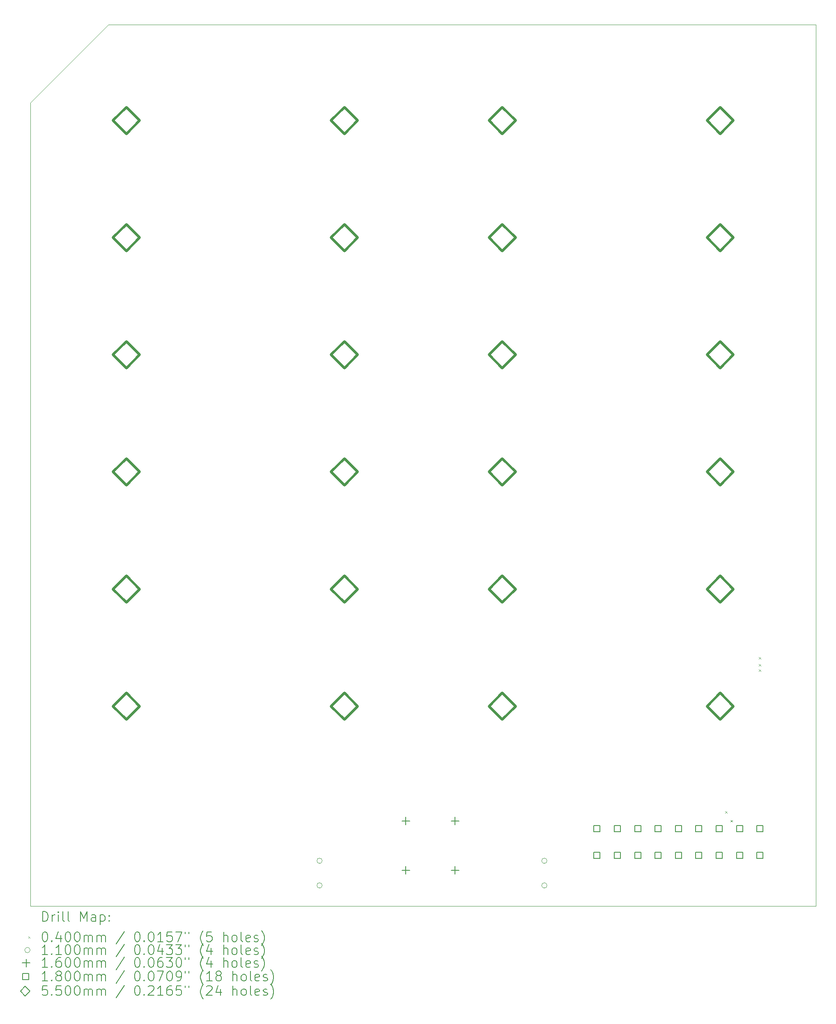
<source format=gbr>
%TF.GenerationSoftware,KiCad,Pcbnew,(6.0.8-1)-1*%
%TF.CreationDate,2023-03-04T15:58:07-08:00*%
%TF.ProjectId,URBAN_CELL_BOARD,55524241-4e5f-4434-954c-4c5f424f4152,rev?*%
%TF.SameCoordinates,Original*%
%TF.FileFunction,Drillmap*%
%TF.FilePolarity,Positive*%
%FSLAX45Y45*%
G04 Gerber Fmt 4.5, Leading zero omitted, Abs format (unit mm)*
G04 Created by KiCad (PCBNEW (6.0.8-1)-1) date 2023-03-04 15:58:07*
%MOMM*%
%LPD*%
G01*
G04 APERTURE LIST*
%ADD10C,0.100000*%
%ADD11C,0.200000*%
%ADD12C,0.040000*%
%ADD13C,0.110000*%
%ADD14C,0.160000*%
%ADD15C,0.180000*%
%ADD16C,0.550000*%
G04 APERTURE END LIST*
D10*
X8387900Y-28158400D02*
X8387900Y-11612100D01*
X10000000Y-10000000D02*
X24587900Y-10000000D01*
X8387900Y-11612100D02*
X10000000Y-10000000D01*
X24587900Y-28158400D02*
X8387900Y-28158400D01*
X24587900Y-10000000D02*
X24587900Y-28158400D01*
D11*
D12*
X22713000Y-26205500D02*
X22753000Y-26245500D01*
X22753000Y-26205500D02*
X22713000Y-26245500D01*
X22828058Y-26388235D02*
X22868058Y-26428235D01*
X22868058Y-26388235D02*
X22828058Y-26428235D01*
X23409550Y-23030500D02*
X23449550Y-23070500D01*
X23449550Y-23030500D02*
X23409550Y-23070500D01*
X23409550Y-23173584D02*
X23449550Y-23213584D01*
X23449550Y-23173584D02*
X23409550Y-23213584D01*
X23409550Y-23284500D02*
X23449550Y-23324500D01*
X23449550Y-23284500D02*
X23409550Y-23324500D01*
D13*
X14406000Y-27227000D02*
G75*
G03*
X14406000Y-27227000I-55000J0D01*
G01*
X14406000Y-27735000D02*
G75*
G03*
X14406000Y-27735000I-55000J0D01*
G01*
X19041500Y-27227000D02*
G75*
G03*
X19041500Y-27227000I-55000J0D01*
G01*
X19041500Y-27735000D02*
G75*
G03*
X19041500Y-27735000I-55000J0D01*
G01*
D14*
X16129000Y-26325750D02*
X16129000Y-26485750D01*
X16049000Y-26405750D02*
X16209000Y-26405750D01*
X16129000Y-27341750D02*
X16129000Y-27501750D01*
X16049000Y-27421750D02*
X16209000Y-27421750D01*
X17145000Y-26325750D02*
X17145000Y-26485750D01*
X17065000Y-26405750D02*
X17225000Y-26405750D01*
X17145000Y-27341750D02*
X17145000Y-27501750D01*
X17065000Y-27421750D02*
X17225000Y-27421750D01*
D15*
X20135140Y-26628140D02*
X20135140Y-26500860D01*
X20007860Y-26500860D01*
X20007860Y-26628140D01*
X20135140Y-26628140D01*
X20135140Y-27178140D02*
X20135140Y-27050860D01*
X20007860Y-27050860D01*
X20007860Y-27178140D01*
X20135140Y-27178140D01*
X20555140Y-26628140D02*
X20555140Y-26500860D01*
X20427860Y-26500860D01*
X20427860Y-26628140D01*
X20555140Y-26628140D01*
X20555140Y-27178140D02*
X20555140Y-27050860D01*
X20427860Y-27050860D01*
X20427860Y-27178140D01*
X20555140Y-27178140D01*
X20975140Y-26628140D02*
X20975140Y-26500860D01*
X20847860Y-26500860D01*
X20847860Y-26628140D01*
X20975140Y-26628140D01*
X20975140Y-27178140D02*
X20975140Y-27050860D01*
X20847860Y-27050860D01*
X20847860Y-27178140D01*
X20975140Y-27178140D01*
X21395140Y-26628140D02*
X21395140Y-26500860D01*
X21267860Y-26500860D01*
X21267860Y-26628140D01*
X21395140Y-26628140D01*
X21395140Y-27178140D02*
X21395140Y-27050860D01*
X21267860Y-27050860D01*
X21267860Y-27178140D01*
X21395140Y-27178140D01*
X21815140Y-26628140D02*
X21815140Y-26500860D01*
X21687860Y-26500860D01*
X21687860Y-26628140D01*
X21815140Y-26628140D01*
X21815140Y-27178140D02*
X21815140Y-27050860D01*
X21687860Y-27050860D01*
X21687860Y-27178140D01*
X21815140Y-27178140D01*
X22235140Y-26628140D02*
X22235140Y-26500860D01*
X22107860Y-26500860D01*
X22107860Y-26628140D01*
X22235140Y-26628140D01*
X22235140Y-27178140D02*
X22235140Y-27050860D01*
X22107860Y-27050860D01*
X22107860Y-27178140D01*
X22235140Y-27178140D01*
X22655140Y-26628140D02*
X22655140Y-26500860D01*
X22527860Y-26500860D01*
X22527860Y-26628140D01*
X22655140Y-26628140D01*
X22655140Y-27178140D02*
X22655140Y-27050860D01*
X22527860Y-27050860D01*
X22527860Y-27178140D01*
X22655140Y-27178140D01*
X23075140Y-26628140D02*
X23075140Y-26500860D01*
X22947860Y-26500860D01*
X22947860Y-26628140D01*
X23075140Y-26628140D01*
X23075140Y-27178140D02*
X23075140Y-27050860D01*
X22947860Y-27050860D01*
X22947860Y-27178140D01*
X23075140Y-27178140D01*
X23495140Y-26628140D02*
X23495140Y-26500860D01*
X23367860Y-26500860D01*
X23367860Y-26628140D01*
X23495140Y-26628140D01*
X23495140Y-27178140D02*
X23495140Y-27050860D01*
X23367860Y-27050860D01*
X23367860Y-27178140D01*
X23495140Y-27178140D01*
D16*
X10368900Y-12250000D02*
X10643900Y-11975000D01*
X10368900Y-11700000D01*
X10093900Y-11975000D01*
X10368900Y-12250000D01*
X10368900Y-14663400D02*
X10643900Y-14388400D01*
X10368900Y-14113400D01*
X10093900Y-14388400D01*
X10368900Y-14663400D01*
X10368900Y-17076800D02*
X10643900Y-16801800D01*
X10368900Y-16526800D01*
X10093900Y-16801800D01*
X10368900Y-17076800D01*
X10368900Y-19490300D02*
X10643900Y-19215300D01*
X10368900Y-18940300D01*
X10093900Y-19215300D01*
X10368900Y-19490300D01*
X10368900Y-21903700D02*
X10643900Y-21628700D01*
X10368900Y-21353700D01*
X10093900Y-21628700D01*
X10368900Y-21903700D01*
X10368900Y-24317100D02*
X10643900Y-24042100D01*
X10368900Y-23767100D01*
X10093900Y-24042100D01*
X10368900Y-24317100D01*
X14862900Y-12250000D02*
X15137900Y-11975000D01*
X14862900Y-11700000D01*
X14587900Y-11975000D01*
X14862900Y-12250000D01*
X14862900Y-14663400D02*
X15137900Y-14388400D01*
X14862900Y-14113400D01*
X14587900Y-14388400D01*
X14862900Y-14663400D01*
X14862900Y-17076800D02*
X15137900Y-16801800D01*
X14862900Y-16526800D01*
X14587900Y-16801800D01*
X14862900Y-17076800D01*
X14862900Y-19490300D02*
X15137900Y-19215300D01*
X14862900Y-18940300D01*
X14587900Y-19215300D01*
X14862900Y-19490300D01*
X14862900Y-21903700D02*
X15137900Y-21628700D01*
X14862900Y-21353700D01*
X14587900Y-21628700D01*
X14862900Y-21903700D01*
X14862900Y-24317100D02*
X15137900Y-24042100D01*
X14862900Y-23767100D01*
X14587900Y-24042100D01*
X14862900Y-24317100D01*
X18118900Y-12250000D02*
X18393900Y-11975000D01*
X18118900Y-11700000D01*
X17843900Y-11975000D01*
X18118900Y-12250000D01*
X18118900Y-14663400D02*
X18393900Y-14388400D01*
X18118900Y-14113400D01*
X17843900Y-14388400D01*
X18118900Y-14663400D01*
X18118900Y-17076800D02*
X18393900Y-16801800D01*
X18118900Y-16526800D01*
X17843900Y-16801800D01*
X18118900Y-17076800D01*
X18118900Y-19490300D02*
X18393900Y-19215300D01*
X18118900Y-18940300D01*
X17843900Y-19215300D01*
X18118900Y-19490300D01*
X18118900Y-21903700D02*
X18393900Y-21628700D01*
X18118900Y-21353700D01*
X17843900Y-21628700D01*
X18118900Y-21903700D01*
X18118900Y-24317100D02*
X18393900Y-24042100D01*
X18118900Y-23767100D01*
X17843900Y-24042100D01*
X18118900Y-24317100D01*
X22612900Y-12250000D02*
X22887900Y-11975000D01*
X22612900Y-11700000D01*
X22337900Y-11975000D01*
X22612900Y-12250000D01*
X22612900Y-14663400D02*
X22887900Y-14388400D01*
X22612900Y-14113400D01*
X22337900Y-14388400D01*
X22612900Y-14663400D01*
X22612900Y-17076800D02*
X22887900Y-16801800D01*
X22612900Y-16526800D01*
X22337900Y-16801800D01*
X22612900Y-17076800D01*
X22612900Y-19490300D02*
X22887900Y-19215300D01*
X22612900Y-18940300D01*
X22337900Y-19215300D01*
X22612900Y-19490300D01*
X22612900Y-21903700D02*
X22887900Y-21628700D01*
X22612900Y-21353700D01*
X22337900Y-21628700D01*
X22612900Y-21903700D01*
X22612900Y-24317100D02*
X22887900Y-24042100D01*
X22612900Y-23767100D01*
X22337900Y-24042100D01*
X22612900Y-24317100D01*
D11*
X8640519Y-28473876D02*
X8640519Y-28273876D01*
X8688138Y-28273876D01*
X8716710Y-28283400D01*
X8735757Y-28302448D01*
X8745281Y-28321495D01*
X8754805Y-28359590D01*
X8754805Y-28388162D01*
X8745281Y-28426257D01*
X8735757Y-28445305D01*
X8716710Y-28464352D01*
X8688138Y-28473876D01*
X8640519Y-28473876D01*
X8840519Y-28473876D02*
X8840519Y-28340543D01*
X8840519Y-28378638D02*
X8850043Y-28359590D01*
X8859567Y-28350067D01*
X8878614Y-28340543D01*
X8897662Y-28340543D01*
X8964329Y-28473876D02*
X8964329Y-28340543D01*
X8964329Y-28273876D02*
X8954805Y-28283400D01*
X8964329Y-28292924D01*
X8973852Y-28283400D01*
X8964329Y-28273876D01*
X8964329Y-28292924D01*
X9088138Y-28473876D02*
X9069090Y-28464352D01*
X9059567Y-28445305D01*
X9059567Y-28273876D01*
X9192900Y-28473876D02*
X9173852Y-28464352D01*
X9164329Y-28445305D01*
X9164329Y-28273876D01*
X9421471Y-28473876D02*
X9421471Y-28273876D01*
X9488138Y-28416733D01*
X9554805Y-28273876D01*
X9554805Y-28473876D01*
X9735757Y-28473876D02*
X9735757Y-28369114D01*
X9726233Y-28350067D01*
X9707186Y-28340543D01*
X9669090Y-28340543D01*
X9650043Y-28350067D01*
X9735757Y-28464352D02*
X9716710Y-28473876D01*
X9669090Y-28473876D01*
X9650043Y-28464352D01*
X9640519Y-28445305D01*
X9640519Y-28426257D01*
X9650043Y-28407209D01*
X9669090Y-28397686D01*
X9716710Y-28397686D01*
X9735757Y-28388162D01*
X9830995Y-28340543D02*
X9830995Y-28540543D01*
X9830995Y-28350067D02*
X9850043Y-28340543D01*
X9888138Y-28340543D01*
X9907186Y-28350067D01*
X9916710Y-28359590D01*
X9926233Y-28378638D01*
X9926233Y-28435781D01*
X9916710Y-28454828D01*
X9907186Y-28464352D01*
X9888138Y-28473876D01*
X9850043Y-28473876D01*
X9830995Y-28464352D01*
X10011948Y-28454828D02*
X10021471Y-28464352D01*
X10011948Y-28473876D01*
X10002424Y-28464352D01*
X10011948Y-28454828D01*
X10011948Y-28473876D01*
X10011948Y-28350067D02*
X10021471Y-28359590D01*
X10011948Y-28369114D01*
X10002424Y-28359590D01*
X10011948Y-28350067D01*
X10011948Y-28369114D01*
D12*
X8342900Y-28783400D02*
X8382900Y-28823400D01*
X8382900Y-28783400D02*
X8342900Y-28823400D01*
D11*
X8678614Y-28693876D02*
X8697662Y-28693876D01*
X8716710Y-28703400D01*
X8726233Y-28712924D01*
X8735757Y-28731971D01*
X8745281Y-28770067D01*
X8745281Y-28817686D01*
X8735757Y-28855781D01*
X8726233Y-28874828D01*
X8716710Y-28884352D01*
X8697662Y-28893876D01*
X8678614Y-28893876D01*
X8659567Y-28884352D01*
X8650043Y-28874828D01*
X8640519Y-28855781D01*
X8630995Y-28817686D01*
X8630995Y-28770067D01*
X8640519Y-28731971D01*
X8650043Y-28712924D01*
X8659567Y-28703400D01*
X8678614Y-28693876D01*
X8830995Y-28874828D02*
X8840519Y-28884352D01*
X8830995Y-28893876D01*
X8821471Y-28884352D01*
X8830995Y-28874828D01*
X8830995Y-28893876D01*
X9011948Y-28760543D02*
X9011948Y-28893876D01*
X8964329Y-28684352D02*
X8916710Y-28827209D01*
X9040519Y-28827209D01*
X9154805Y-28693876D02*
X9173852Y-28693876D01*
X9192900Y-28703400D01*
X9202424Y-28712924D01*
X9211948Y-28731971D01*
X9221471Y-28770067D01*
X9221471Y-28817686D01*
X9211948Y-28855781D01*
X9202424Y-28874828D01*
X9192900Y-28884352D01*
X9173852Y-28893876D01*
X9154805Y-28893876D01*
X9135757Y-28884352D01*
X9126233Y-28874828D01*
X9116710Y-28855781D01*
X9107186Y-28817686D01*
X9107186Y-28770067D01*
X9116710Y-28731971D01*
X9126233Y-28712924D01*
X9135757Y-28703400D01*
X9154805Y-28693876D01*
X9345281Y-28693876D02*
X9364329Y-28693876D01*
X9383376Y-28703400D01*
X9392900Y-28712924D01*
X9402424Y-28731971D01*
X9411948Y-28770067D01*
X9411948Y-28817686D01*
X9402424Y-28855781D01*
X9392900Y-28874828D01*
X9383376Y-28884352D01*
X9364329Y-28893876D01*
X9345281Y-28893876D01*
X9326233Y-28884352D01*
X9316710Y-28874828D01*
X9307186Y-28855781D01*
X9297662Y-28817686D01*
X9297662Y-28770067D01*
X9307186Y-28731971D01*
X9316710Y-28712924D01*
X9326233Y-28703400D01*
X9345281Y-28693876D01*
X9497662Y-28893876D02*
X9497662Y-28760543D01*
X9497662Y-28779590D02*
X9507186Y-28770067D01*
X9526233Y-28760543D01*
X9554805Y-28760543D01*
X9573852Y-28770067D01*
X9583376Y-28789114D01*
X9583376Y-28893876D01*
X9583376Y-28789114D02*
X9592900Y-28770067D01*
X9611948Y-28760543D01*
X9640519Y-28760543D01*
X9659567Y-28770067D01*
X9669090Y-28789114D01*
X9669090Y-28893876D01*
X9764329Y-28893876D02*
X9764329Y-28760543D01*
X9764329Y-28779590D02*
X9773852Y-28770067D01*
X9792900Y-28760543D01*
X9821471Y-28760543D01*
X9840519Y-28770067D01*
X9850043Y-28789114D01*
X9850043Y-28893876D01*
X9850043Y-28789114D02*
X9859567Y-28770067D01*
X9878614Y-28760543D01*
X9907186Y-28760543D01*
X9926233Y-28770067D01*
X9935757Y-28789114D01*
X9935757Y-28893876D01*
X10326233Y-28684352D02*
X10154805Y-28941495D01*
X10583376Y-28693876D02*
X10602424Y-28693876D01*
X10621471Y-28703400D01*
X10630995Y-28712924D01*
X10640519Y-28731971D01*
X10650043Y-28770067D01*
X10650043Y-28817686D01*
X10640519Y-28855781D01*
X10630995Y-28874828D01*
X10621471Y-28884352D01*
X10602424Y-28893876D01*
X10583376Y-28893876D01*
X10564329Y-28884352D01*
X10554805Y-28874828D01*
X10545281Y-28855781D01*
X10535757Y-28817686D01*
X10535757Y-28770067D01*
X10545281Y-28731971D01*
X10554805Y-28712924D01*
X10564329Y-28703400D01*
X10583376Y-28693876D01*
X10735757Y-28874828D02*
X10745281Y-28884352D01*
X10735757Y-28893876D01*
X10726233Y-28884352D01*
X10735757Y-28874828D01*
X10735757Y-28893876D01*
X10869090Y-28693876D02*
X10888138Y-28693876D01*
X10907186Y-28703400D01*
X10916710Y-28712924D01*
X10926233Y-28731971D01*
X10935757Y-28770067D01*
X10935757Y-28817686D01*
X10926233Y-28855781D01*
X10916710Y-28874828D01*
X10907186Y-28884352D01*
X10888138Y-28893876D01*
X10869090Y-28893876D01*
X10850043Y-28884352D01*
X10840519Y-28874828D01*
X10830995Y-28855781D01*
X10821471Y-28817686D01*
X10821471Y-28770067D01*
X10830995Y-28731971D01*
X10840519Y-28712924D01*
X10850043Y-28703400D01*
X10869090Y-28693876D01*
X11126233Y-28893876D02*
X11011948Y-28893876D01*
X11069090Y-28893876D02*
X11069090Y-28693876D01*
X11050043Y-28722448D01*
X11030995Y-28741495D01*
X11011948Y-28751019D01*
X11307186Y-28693876D02*
X11211948Y-28693876D01*
X11202424Y-28789114D01*
X11211948Y-28779590D01*
X11230995Y-28770067D01*
X11278614Y-28770067D01*
X11297662Y-28779590D01*
X11307186Y-28789114D01*
X11316709Y-28808162D01*
X11316709Y-28855781D01*
X11307186Y-28874828D01*
X11297662Y-28884352D01*
X11278614Y-28893876D01*
X11230995Y-28893876D01*
X11211948Y-28884352D01*
X11202424Y-28874828D01*
X11383376Y-28693876D02*
X11516709Y-28693876D01*
X11430995Y-28893876D01*
X11583376Y-28693876D02*
X11583376Y-28731971D01*
X11659567Y-28693876D02*
X11659567Y-28731971D01*
X11954805Y-28970067D02*
X11945281Y-28960543D01*
X11926233Y-28931971D01*
X11916709Y-28912924D01*
X11907186Y-28884352D01*
X11897662Y-28836733D01*
X11897662Y-28798638D01*
X11907186Y-28751019D01*
X11916709Y-28722448D01*
X11926233Y-28703400D01*
X11945281Y-28674828D01*
X11954805Y-28665305D01*
X12126233Y-28693876D02*
X12030995Y-28693876D01*
X12021471Y-28789114D01*
X12030995Y-28779590D01*
X12050043Y-28770067D01*
X12097662Y-28770067D01*
X12116709Y-28779590D01*
X12126233Y-28789114D01*
X12135757Y-28808162D01*
X12135757Y-28855781D01*
X12126233Y-28874828D01*
X12116709Y-28884352D01*
X12097662Y-28893876D01*
X12050043Y-28893876D01*
X12030995Y-28884352D01*
X12021471Y-28874828D01*
X12373852Y-28893876D02*
X12373852Y-28693876D01*
X12459567Y-28893876D02*
X12459567Y-28789114D01*
X12450043Y-28770067D01*
X12430995Y-28760543D01*
X12402424Y-28760543D01*
X12383376Y-28770067D01*
X12373852Y-28779590D01*
X12583376Y-28893876D02*
X12564328Y-28884352D01*
X12554805Y-28874828D01*
X12545281Y-28855781D01*
X12545281Y-28798638D01*
X12554805Y-28779590D01*
X12564328Y-28770067D01*
X12583376Y-28760543D01*
X12611948Y-28760543D01*
X12630995Y-28770067D01*
X12640519Y-28779590D01*
X12650043Y-28798638D01*
X12650043Y-28855781D01*
X12640519Y-28874828D01*
X12630995Y-28884352D01*
X12611948Y-28893876D01*
X12583376Y-28893876D01*
X12764328Y-28893876D02*
X12745281Y-28884352D01*
X12735757Y-28865305D01*
X12735757Y-28693876D01*
X12916709Y-28884352D02*
X12897662Y-28893876D01*
X12859567Y-28893876D01*
X12840519Y-28884352D01*
X12830995Y-28865305D01*
X12830995Y-28789114D01*
X12840519Y-28770067D01*
X12859567Y-28760543D01*
X12897662Y-28760543D01*
X12916709Y-28770067D01*
X12926233Y-28789114D01*
X12926233Y-28808162D01*
X12830995Y-28827209D01*
X13002424Y-28884352D02*
X13021471Y-28893876D01*
X13059567Y-28893876D01*
X13078614Y-28884352D01*
X13088138Y-28865305D01*
X13088138Y-28855781D01*
X13078614Y-28836733D01*
X13059567Y-28827209D01*
X13030995Y-28827209D01*
X13011948Y-28817686D01*
X13002424Y-28798638D01*
X13002424Y-28789114D01*
X13011948Y-28770067D01*
X13030995Y-28760543D01*
X13059567Y-28760543D01*
X13078614Y-28770067D01*
X13154805Y-28970067D02*
X13164328Y-28960543D01*
X13183376Y-28931971D01*
X13192900Y-28912924D01*
X13202424Y-28884352D01*
X13211948Y-28836733D01*
X13211948Y-28798638D01*
X13202424Y-28751019D01*
X13192900Y-28722448D01*
X13183376Y-28703400D01*
X13164328Y-28674828D01*
X13154805Y-28665305D01*
D13*
X8382900Y-29067400D02*
G75*
G03*
X8382900Y-29067400I-55000J0D01*
G01*
D11*
X8745281Y-29157876D02*
X8630995Y-29157876D01*
X8688138Y-29157876D02*
X8688138Y-28957876D01*
X8669090Y-28986448D01*
X8650043Y-29005495D01*
X8630995Y-29015019D01*
X8830995Y-29138828D02*
X8840519Y-29148352D01*
X8830995Y-29157876D01*
X8821471Y-29148352D01*
X8830995Y-29138828D01*
X8830995Y-29157876D01*
X9030995Y-29157876D02*
X8916710Y-29157876D01*
X8973852Y-29157876D02*
X8973852Y-28957876D01*
X8954805Y-28986448D01*
X8935757Y-29005495D01*
X8916710Y-29015019D01*
X9154805Y-28957876D02*
X9173852Y-28957876D01*
X9192900Y-28967400D01*
X9202424Y-28976924D01*
X9211948Y-28995971D01*
X9221471Y-29034067D01*
X9221471Y-29081686D01*
X9211948Y-29119781D01*
X9202424Y-29138828D01*
X9192900Y-29148352D01*
X9173852Y-29157876D01*
X9154805Y-29157876D01*
X9135757Y-29148352D01*
X9126233Y-29138828D01*
X9116710Y-29119781D01*
X9107186Y-29081686D01*
X9107186Y-29034067D01*
X9116710Y-28995971D01*
X9126233Y-28976924D01*
X9135757Y-28967400D01*
X9154805Y-28957876D01*
X9345281Y-28957876D02*
X9364329Y-28957876D01*
X9383376Y-28967400D01*
X9392900Y-28976924D01*
X9402424Y-28995971D01*
X9411948Y-29034067D01*
X9411948Y-29081686D01*
X9402424Y-29119781D01*
X9392900Y-29138828D01*
X9383376Y-29148352D01*
X9364329Y-29157876D01*
X9345281Y-29157876D01*
X9326233Y-29148352D01*
X9316710Y-29138828D01*
X9307186Y-29119781D01*
X9297662Y-29081686D01*
X9297662Y-29034067D01*
X9307186Y-28995971D01*
X9316710Y-28976924D01*
X9326233Y-28967400D01*
X9345281Y-28957876D01*
X9497662Y-29157876D02*
X9497662Y-29024543D01*
X9497662Y-29043590D02*
X9507186Y-29034067D01*
X9526233Y-29024543D01*
X9554805Y-29024543D01*
X9573852Y-29034067D01*
X9583376Y-29053114D01*
X9583376Y-29157876D01*
X9583376Y-29053114D02*
X9592900Y-29034067D01*
X9611948Y-29024543D01*
X9640519Y-29024543D01*
X9659567Y-29034067D01*
X9669090Y-29053114D01*
X9669090Y-29157876D01*
X9764329Y-29157876D02*
X9764329Y-29024543D01*
X9764329Y-29043590D02*
X9773852Y-29034067D01*
X9792900Y-29024543D01*
X9821471Y-29024543D01*
X9840519Y-29034067D01*
X9850043Y-29053114D01*
X9850043Y-29157876D01*
X9850043Y-29053114D02*
X9859567Y-29034067D01*
X9878614Y-29024543D01*
X9907186Y-29024543D01*
X9926233Y-29034067D01*
X9935757Y-29053114D01*
X9935757Y-29157876D01*
X10326233Y-28948352D02*
X10154805Y-29205495D01*
X10583376Y-28957876D02*
X10602424Y-28957876D01*
X10621471Y-28967400D01*
X10630995Y-28976924D01*
X10640519Y-28995971D01*
X10650043Y-29034067D01*
X10650043Y-29081686D01*
X10640519Y-29119781D01*
X10630995Y-29138828D01*
X10621471Y-29148352D01*
X10602424Y-29157876D01*
X10583376Y-29157876D01*
X10564329Y-29148352D01*
X10554805Y-29138828D01*
X10545281Y-29119781D01*
X10535757Y-29081686D01*
X10535757Y-29034067D01*
X10545281Y-28995971D01*
X10554805Y-28976924D01*
X10564329Y-28967400D01*
X10583376Y-28957876D01*
X10735757Y-29138828D02*
X10745281Y-29148352D01*
X10735757Y-29157876D01*
X10726233Y-29148352D01*
X10735757Y-29138828D01*
X10735757Y-29157876D01*
X10869090Y-28957876D02*
X10888138Y-28957876D01*
X10907186Y-28967400D01*
X10916710Y-28976924D01*
X10926233Y-28995971D01*
X10935757Y-29034067D01*
X10935757Y-29081686D01*
X10926233Y-29119781D01*
X10916710Y-29138828D01*
X10907186Y-29148352D01*
X10888138Y-29157876D01*
X10869090Y-29157876D01*
X10850043Y-29148352D01*
X10840519Y-29138828D01*
X10830995Y-29119781D01*
X10821471Y-29081686D01*
X10821471Y-29034067D01*
X10830995Y-28995971D01*
X10840519Y-28976924D01*
X10850043Y-28967400D01*
X10869090Y-28957876D01*
X11107186Y-29024543D02*
X11107186Y-29157876D01*
X11059567Y-28948352D02*
X11011948Y-29091209D01*
X11135757Y-29091209D01*
X11192900Y-28957876D02*
X11316709Y-28957876D01*
X11250043Y-29034067D01*
X11278614Y-29034067D01*
X11297662Y-29043590D01*
X11307186Y-29053114D01*
X11316709Y-29072162D01*
X11316709Y-29119781D01*
X11307186Y-29138828D01*
X11297662Y-29148352D01*
X11278614Y-29157876D01*
X11221471Y-29157876D01*
X11202424Y-29148352D01*
X11192900Y-29138828D01*
X11383376Y-28957876D02*
X11507186Y-28957876D01*
X11440519Y-29034067D01*
X11469090Y-29034067D01*
X11488138Y-29043590D01*
X11497662Y-29053114D01*
X11507186Y-29072162D01*
X11507186Y-29119781D01*
X11497662Y-29138828D01*
X11488138Y-29148352D01*
X11469090Y-29157876D01*
X11411948Y-29157876D01*
X11392900Y-29148352D01*
X11383376Y-29138828D01*
X11583376Y-28957876D02*
X11583376Y-28995971D01*
X11659567Y-28957876D02*
X11659567Y-28995971D01*
X11954805Y-29234067D02*
X11945281Y-29224543D01*
X11926233Y-29195971D01*
X11916709Y-29176924D01*
X11907186Y-29148352D01*
X11897662Y-29100733D01*
X11897662Y-29062638D01*
X11907186Y-29015019D01*
X11916709Y-28986448D01*
X11926233Y-28967400D01*
X11945281Y-28938828D01*
X11954805Y-28929305D01*
X12116709Y-29024543D02*
X12116709Y-29157876D01*
X12069090Y-28948352D02*
X12021471Y-29091209D01*
X12145281Y-29091209D01*
X12373852Y-29157876D02*
X12373852Y-28957876D01*
X12459567Y-29157876D02*
X12459567Y-29053114D01*
X12450043Y-29034067D01*
X12430995Y-29024543D01*
X12402424Y-29024543D01*
X12383376Y-29034067D01*
X12373852Y-29043590D01*
X12583376Y-29157876D02*
X12564328Y-29148352D01*
X12554805Y-29138828D01*
X12545281Y-29119781D01*
X12545281Y-29062638D01*
X12554805Y-29043590D01*
X12564328Y-29034067D01*
X12583376Y-29024543D01*
X12611948Y-29024543D01*
X12630995Y-29034067D01*
X12640519Y-29043590D01*
X12650043Y-29062638D01*
X12650043Y-29119781D01*
X12640519Y-29138828D01*
X12630995Y-29148352D01*
X12611948Y-29157876D01*
X12583376Y-29157876D01*
X12764328Y-29157876D02*
X12745281Y-29148352D01*
X12735757Y-29129305D01*
X12735757Y-28957876D01*
X12916709Y-29148352D02*
X12897662Y-29157876D01*
X12859567Y-29157876D01*
X12840519Y-29148352D01*
X12830995Y-29129305D01*
X12830995Y-29053114D01*
X12840519Y-29034067D01*
X12859567Y-29024543D01*
X12897662Y-29024543D01*
X12916709Y-29034067D01*
X12926233Y-29053114D01*
X12926233Y-29072162D01*
X12830995Y-29091209D01*
X13002424Y-29148352D02*
X13021471Y-29157876D01*
X13059567Y-29157876D01*
X13078614Y-29148352D01*
X13088138Y-29129305D01*
X13088138Y-29119781D01*
X13078614Y-29100733D01*
X13059567Y-29091209D01*
X13030995Y-29091209D01*
X13011948Y-29081686D01*
X13002424Y-29062638D01*
X13002424Y-29053114D01*
X13011948Y-29034067D01*
X13030995Y-29024543D01*
X13059567Y-29024543D01*
X13078614Y-29034067D01*
X13154805Y-29234067D02*
X13164328Y-29224543D01*
X13183376Y-29195971D01*
X13192900Y-29176924D01*
X13202424Y-29148352D01*
X13211948Y-29100733D01*
X13211948Y-29062638D01*
X13202424Y-29015019D01*
X13192900Y-28986448D01*
X13183376Y-28967400D01*
X13164328Y-28938828D01*
X13154805Y-28929305D01*
D14*
X8302900Y-29251400D02*
X8302900Y-29411400D01*
X8222900Y-29331400D02*
X8382900Y-29331400D01*
D11*
X8745281Y-29421876D02*
X8630995Y-29421876D01*
X8688138Y-29421876D02*
X8688138Y-29221876D01*
X8669090Y-29250448D01*
X8650043Y-29269495D01*
X8630995Y-29279019D01*
X8830995Y-29402828D02*
X8840519Y-29412352D01*
X8830995Y-29421876D01*
X8821471Y-29412352D01*
X8830995Y-29402828D01*
X8830995Y-29421876D01*
X9011948Y-29221876D02*
X8973852Y-29221876D01*
X8954805Y-29231400D01*
X8945281Y-29240924D01*
X8926233Y-29269495D01*
X8916710Y-29307590D01*
X8916710Y-29383781D01*
X8926233Y-29402828D01*
X8935757Y-29412352D01*
X8954805Y-29421876D01*
X8992900Y-29421876D01*
X9011948Y-29412352D01*
X9021471Y-29402828D01*
X9030995Y-29383781D01*
X9030995Y-29336162D01*
X9021471Y-29317114D01*
X9011948Y-29307590D01*
X8992900Y-29298067D01*
X8954805Y-29298067D01*
X8935757Y-29307590D01*
X8926233Y-29317114D01*
X8916710Y-29336162D01*
X9154805Y-29221876D02*
X9173852Y-29221876D01*
X9192900Y-29231400D01*
X9202424Y-29240924D01*
X9211948Y-29259971D01*
X9221471Y-29298067D01*
X9221471Y-29345686D01*
X9211948Y-29383781D01*
X9202424Y-29402828D01*
X9192900Y-29412352D01*
X9173852Y-29421876D01*
X9154805Y-29421876D01*
X9135757Y-29412352D01*
X9126233Y-29402828D01*
X9116710Y-29383781D01*
X9107186Y-29345686D01*
X9107186Y-29298067D01*
X9116710Y-29259971D01*
X9126233Y-29240924D01*
X9135757Y-29231400D01*
X9154805Y-29221876D01*
X9345281Y-29221876D02*
X9364329Y-29221876D01*
X9383376Y-29231400D01*
X9392900Y-29240924D01*
X9402424Y-29259971D01*
X9411948Y-29298067D01*
X9411948Y-29345686D01*
X9402424Y-29383781D01*
X9392900Y-29402828D01*
X9383376Y-29412352D01*
X9364329Y-29421876D01*
X9345281Y-29421876D01*
X9326233Y-29412352D01*
X9316710Y-29402828D01*
X9307186Y-29383781D01*
X9297662Y-29345686D01*
X9297662Y-29298067D01*
X9307186Y-29259971D01*
X9316710Y-29240924D01*
X9326233Y-29231400D01*
X9345281Y-29221876D01*
X9497662Y-29421876D02*
X9497662Y-29288543D01*
X9497662Y-29307590D02*
X9507186Y-29298067D01*
X9526233Y-29288543D01*
X9554805Y-29288543D01*
X9573852Y-29298067D01*
X9583376Y-29317114D01*
X9583376Y-29421876D01*
X9583376Y-29317114D02*
X9592900Y-29298067D01*
X9611948Y-29288543D01*
X9640519Y-29288543D01*
X9659567Y-29298067D01*
X9669090Y-29317114D01*
X9669090Y-29421876D01*
X9764329Y-29421876D02*
X9764329Y-29288543D01*
X9764329Y-29307590D02*
X9773852Y-29298067D01*
X9792900Y-29288543D01*
X9821471Y-29288543D01*
X9840519Y-29298067D01*
X9850043Y-29317114D01*
X9850043Y-29421876D01*
X9850043Y-29317114D02*
X9859567Y-29298067D01*
X9878614Y-29288543D01*
X9907186Y-29288543D01*
X9926233Y-29298067D01*
X9935757Y-29317114D01*
X9935757Y-29421876D01*
X10326233Y-29212352D02*
X10154805Y-29469495D01*
X10583376Y-29221876D02*
X10602424Y-29221876D01*
X10621471Y-29231400D01*
X10630995Y-29240924D01*
X10640519Y-29259971D01*
X10650043Y-29298067D01*
X10650043Y-29345686D01*
X10640519Y-29383781D01*
X10630995Y-29402828D01*
X10621471Y-29412352D01*
X10602424Y-29421876D01*
X10583376Y-29421876D01*
X10564329Y-29412352D01*
X10554805Y-29402828D01*
X10545281Y-29383781D01*
X10535757Y-29345686D01*
X10535757Y-29298067D01*
X10545281Y-29259971D01*
X10554805Y-29240924D01*
X10564329Y-29231400D01*
X10583376Y-29221876D01*
X10735757Y-29402828D02*
X10745281Y-29412352D01*
X10735757Y-29421876D01*
X10726233Y-29412352D01*
X10735757Y-29402828D01*
X10735757Y-29421876D01*
X10869090Y-29221876D02*
X10888138Y-29221876D01*
X10907186Y-29231400D01*
X10916710Y-29240924D01*
X10926233Y-29259971D01*
X10935757Y-29298067D01*
X10935757Y-29345686D01*
X10926233Y-29383781D01*
X10916710Y-29402828D01*
X10907186Y-29412352D01*
X10888138Y-29421876D01*
X10869090Y-29421876D01*
X10850043Y-29412352D01*
X10840519Y-29402828D01*
X10830995Y-29383781D01*
X10821471Y-29345686D01*
X10821471Y-29298067D01*
X10830995Y-29259971D01*
X10840519Y-29240924D01*
X10850043Y-29231400D01*
X10869090Y-29221876D01*
X11107186Y-29221876D02*
X11069090Y-29221876D01*
X11050043Y-29231400D01*
X11040519Y-29240924D01*
X11021471Y-29269495D01*
X11011948Y-29307590D01*
X11011948Y-29383781D01*
X11021471Y-29402828D01*
X11030995Y-29412352D01*
X11050043Y-29421876D01*
X11088138Y-29421876D01*
X11107186Y-29412352D01*
X11116710Y-29402828D01*
X11126233Y-29383781D01*
X11126233Y-29336162D01*
X11116710Y-29317114D01*
X11107186Y-29307590D01*
X11088138Y-29298067D01*
X11050043Y-29298067D01*
X11030995Y-29307590D01*
X11021471Y-29317114D01*
X11011948Y-29336162D01*
X11192900Y-29221876D02*
X11316709Y-29221876D01*
X11250043Y-29298067D01*
X11278614Y-29298067D01*
X11297662Y-29307590D01*
X11307186Y-29317114D01*
X11316709Y-29336162D01*
X11316709Y-29383781D01*
X11307186Y-29402828D01*
X11297662Y-29412352D01*
X11278614Y-29421876D01*
X11221471Y-29421876D01*
X11202424Y-29412352D01*
X11192900Y-29402828D01*
X11440519Y-29221876D02*
X11459567Y-29221876D01*
X11478614Y-29231400D01*
X11488138Y-29240924D01*
X11497662Y-29259971D01*
X11507186Y-29298067D01*
X11507186Y-29345686D01*
X11497662Y-29383781D01*
X11488138Y-29402828D01*
X11478614Y-29412352D01*
X11459567Y-29421876D01*
X11440519Y-29421876D01*
X11421471Y-29412352D01*
X11411948Y-29402828D01*
X11402424Y-29383781D01*
X11392900Y-29345686D01*
X11392900Y-29298067D01*
X11402424Y-29259971D01*
X11411948Y-29240924D01*
X11421471Y-29231400D01*
X11440519Y-29221876D01*
X11583376Y-29221876D02*
X11583376Y-29259971D01*
X11659567Y-29221876D02*
X11659567Y-29259971D01*
X11954805Y-29498067D02*
X11945281Y-29488543D01*
X11926233Y-29459971D01*
X11916709Y-29440924D01*
X11907186Y-29412352D01*
X11897662Y-29364733D01*
X11897662Y-29326638D01*
X11907186Y-29279019D01*
X11916709Y-29250448D01*
X11926233Y-29231400D01*
X11945281Y-29202828D01*
X11954805Y-29193305D01*
X12116709Y-29288543D02*
X12116709Y-29421876D01*
X12069090Y-29212352D02*
X12021471Y-29355209D01*
X12145281Y-29355209D01*
X12373852Y-29421876D02*
X12373852Y-29221876D01*
X12459567Y-29421876D02*
X12459567Y-29317114D01*
X12450043Y-29298067D01*
X12430995Y-29288543D01*
X12402424Y-29288543D01*
X12383376Y-29298067D01*
X12373852Y-29307590D01*
X12583376Y-29421876D02*
X12564328Y-29412352D01*
X12554805Y-29402828D01*
X12545281Y-29383781D01*
X12545281Y-29326638D01*
X12554805Y-29307590D01*
X12564328Y-29298067D01*
X12583376Y-29288543D01*
X12611948Y-29288543D01*
X12630995Y-29298067D01*
X12640519Y-29307590D01*
X12650043Y-29326638D01*
X12650043Y-29383781D01*
X12640519Y-29402828D01*
X12630995Y-29412352D01*
X12611948Y-29421876D01*
X12583376Y-29421876D01*
X12764328Y-29421876D02*
X12745281Y-29412352D01*
X12735757Y-29393305D01*
X12735757Y-29221876D01*
X12916709Y-29412352D02*
X12897662Y-29421876D01*
X12859567Y-29421876D01*
X12840519Y-29412352D01*
X12830995Y-29393305D01*
X12830995Y-29317114D01*
X12840519Y-29298067D01*
X12859567Y-29288543D01*
X12897662Y-29288543D01*
X12916709Y-29298067D01*
X12926233Y-29317114D01*
X12926233Y-29336162D01*
X12830995Y-29355209D01*
X13002424Y-29412352D02*
X13021471Y-29421876D01*
X13059567Y-29421876D01*
X13078614Y-29412352D01*
X13088138Y-29393305D01*
X13088138Y-29383781D01*
X13078614Y-29364733D01*
X13059567Y-29355209D01*
X13030995Y-29355209D01*
X13011948Y-29345686D01*
X13002424Y-29326638D01*
X13002424Y-29317114D01*
X13011948Y-29298067D01*
X13030995Y-29288543D01*
X13059567Y-29288543D01*
X13078614Y-29298067D01*
X13154805Y-29498067D02*
X13164328Y-29488543D01*
X13183376Y-29459971D01*
X13192900Y-29440924D01*
X13202424Y-29412352D01*
X13211948Y-29364733D01*
X13211948Y-29326638D01*
X13202424Y-29279019D01*
X13192900Y-29250448D01*
X13183376Y-29231400D01*
X13164328Y-29202828D01*
X13154805Y-29193305D01*
D15*
X8356540Y-29675040D02*
X8356540Y-29547760D01*
X8229260Y-29547760D01*
X8229260Y-29675040D01*
X8356540Y-29675040D01*
D11*
X8745281Y-29701876D02*
X8630995Y-29701876D01*
X8688138Y-29701876D02*
X8688138Y-29501876D01*
X8669090Y-29530448D01*
X8650043Y-29549495D01*
X8630995Y-29559019D01*
X8830995Y-29682828D02*
X8840519Y-29692352D01*
X8830995Y-29701876D01*
X8821471Y-29692352D01*
X8830995Y-29682828D01*
X8830995Y-29701876D01*
X8954805Y-29587590D02*
X8935757Y-29578067D01*
X8926233Y-29568543D01*
X8916710Y-29549495D01*
X8916710Y-29539971D01*
X8926233Y-29520924D01*
X8935757Y-29511400D01*
X8954805Y-29501876D01*
X8992900Y-29501876D01*
X9011948Y-29511400D01*
X9021471Y-29520924D01*
X9030995Y-29539971D01*
X9030995Y-29549495D01*
X9021471Y-29568543D01*
X9011948Y-29578067D01*
X8992900Y-29587590D01*
X8954805Y-29587590D01*
X8935757Y-29597114D01*
X8926233Y-29606638D01*
X8916710Y-29625686D01*
X8916710Y-29663781D01*
X8926233Y-29682828D01*
X8935757Y-29692352D01*
X8954805Y-29701876D01*
X8992900Y-29701876D01*
X9011948Y-29692352D01*
X9021471Y-29682828D01*
X9030995Y-29663781D01*
X9030995Y-29625686D01*
X9021471Y-29606638D01*
X9011948Y-29597114D01*
X8992900Y-29587590D01*
X9154805Y-29501876D02*
X9173852Y-29501876D01*
X9192900Y-29511400D01*
X9202424Y-29520924D01*
X9211948Y-29539971D01*
X9221471Y-29578067D01*
X9221471Y-29625686D01*
X9211948Y-29663781D01*
X9202424Y-29682828D01*
X9192900Y-29692352D01*
X9173852Y-29701876D01*
X9154805Y-29701876D01*
X9135757Y-29692352D01*
X9126233Y-29682828D01*
X9116710Y-29663781D01*
X9107186Y-29625686D01*
X9107186Y-29578067D01*
X9116710Y-29539971D01*
X9126233Y-29520924D01*
X9135757Y-29511400D01*
X9154805Y-29501876D01*
X9345281Y-29501876D02*
X9364329Y-29501876D01*
X9383376Y-29511400D01*
X9392900Y-29520924D01*
X9402424Y-29539971D01*
X9411948Y-29578067D01*
X9411948Y-29625686D01*
X9402424Y-29663781D01*
X9392900Y-29682828D01*
X9383376Y-29692352D01*
X9364329Y-29701876D01*
X9345281Y-29701876D01*
X9326233Y-29692352D01*
X9316710Y-29682828D01*
X9307186Y-29663781D01*
X9297662Y-29625686D01*
X9297662Y-29578067D01*
X9307186Y-29539971D01*
X9316710Y-29520924D01*
X9326233Y-29511400D01*
X9345281Y-29501876D01*
X9497662Y-29701876D02*
X9497662Y-29568543D01*
X9497662Y-29587590D02*
X9507186Y-29578067D01*
X9526233Y-29568543D01*
X9554805Y-29568543D01*
X9573852Y-29578067D01*
X9583376Y-29597114D01*
X9583376Y-29701876D01*
X9583376Y-29597114D02*
X9592900Y-29578067D01*
X9611948Y-29568543D01*
X9640519Y-29568543D01*
X9659567Y-29578067D01*
X9669090Y-29597114D01*
X9669090Y-29701876D01*
X9764329Y-29701876D02*
X9764329Y-29568543D01*
X9764329Y-29587590D02*
X9773852Y-29578067D01*
X9792900Y-29568543D01*
X9821471Y-29568543D01*
X9840519Y-29578067D01*
X9850043Y-29597114D01*
X9850043Y-29701876D01*
X9850043Y-29597114D02*
X9859567Y-29578067D01*
X9878614Y-29568543D01*
X9907186Y-29568543D01*
X9926233Y-29578067D01*
X9935757Y-29597114D01*
X9935757Y-29701876D01*
X10326233Y-29492352D02*
X10154805Y-29749495D01*
X10583376Y-29501876D02*
X10602424Y-29501876D01*
X10621471Y-29511400D01*
X10630995Y-29520924D01*
X10640519Y-29539971D01*
X10650043Y-29578067D01*
X10650043Y-29625686D01*
X10640519Y-29663781D01*
X10630995Y-29682828D01*
X10621471Y-29692352D01*
X10602424Y-29701876D01*
X10583376Y-29701876D01*
X10564329Y-29692352D01*
X10554805Y-29682828D01*
X10545281Y-29663781D01*
X10535757Y-29625686D01*
X10535757Y-29578067D01*
X10545281Y-29539971D01*
X10554805Y-29520924D01*
X10564329Y-29511400D01*
X10583376Y-29501876D01*
X10735757Y-29682828D02*
X10745281Y-29692352D01*
X10735757Y-29701876D01*
X10726233Y-29692352D01*
X10735757Y-29682828D01*
X10735757Y-29701876D01*
X10869090Y-29501876D02*
X10888138Y-29501876D01*
X10907186Y-29511400D01*
X10916710Y-29520924D01*
X10926233Y-29539971D01*
X10935757Y-29578067D01*
X10935757Y-29625686D01*
X10926233Y-29663781D01*
X10916710Y-29682828D01*
X10907186Y-29692352D01*
X10888138Y-29701876D01*
X10869090Y-29701876D01*
X10850043Y-29692352D01*
X10840519Y-29682828D01*
X10830995Y-29663781D01*
X10821471Y-29625686D01*
X10821471Y-29578067D01*
X10830995Y-29539971D01*
X10840519Y-29520924D01*
X10850043Y-29511400D01*
X10869090Y-29501876D01*
X11002424Y-29501876D02*
X11135757Y-29501876D01*
X11050043Y-29701876D01*
X11250043Y-29501876D02*
X11269090Y-29501876D01*
X11288138Y-29511400D01*
X11297662Y-29520924D01*
X11307186Y-29539971D01*
X11316709Y-29578067D01*
X11316709Y-29625686D01*
X11307186Y-29663781D01*
X11297662Y-29682828D01*
X11288138Y-29692352D01*
X11269090Y-29701876D01*
X11250043Y-29701876D01*
X11230995Y-29692352D01*
X11221471Y-29682828D01*
X11211948Y-29663781D01*
X11202424Y-29625686D01*
X11202424Y-29578067D01*
X11211948Y-29539971D01*
X11221471Y-29520924D01*
X11230995Y-29511400D01*
X11250043Y-29501876D01*
X11411948Y-29701876D02*
X11450043Y-29701876D01*
X11469090Y-29692352D01*
X11478614Y-29682828D01*
X11497662Y-29654257D01*
X11507186Y-29616162D01*
X11507186Y-29539971D01*
X11497662Y-29520924D01*
X11488138Y-29511400D01*
X11469090Y-29501876D01*
X11430995Y-29501876D01*
X11411948Y-29511400D01*
X11402424Y-29520924D01*
X11392900Y-29539971D01*
X11392900Y-29587590D01*
X11402424Y-29606638D01*
X11411948Y-29616162D01*
X11430995Y-29625686D01*
X11469090Y-29625686D01*
X11488138Y-29616162D01*
X11497662Y-29606638D01*
X11507186Y-29587590D01*
X11583376Y-29501876D02*
X11583376Y-29539971D01*
X11659567Y-29501876D02*
X11659567Y-29539971D01*
X11954805Y-29778067D02*
X11945281Y-29768543D01*
X11926233Y-29739971D01*
X11916709Y-29720924D01*
X11907186Y-29692352D01*
X11897662Y-29644733D01*
X11897662Y-29606638D01*
X11907186Y-29559019D01*
X11916709Y-29530448D01*
X11926233Y-29511400D01*
X11945281Y-29482828D01*
X11954805Y-29473305D01*
X12135757Y-29701876D02*
X12021471Y-29701876D01*
X12078614Y-29701876D02*
X12078614Y-29501876D01*
X12059567Y-29530448D01*
X12040519Y-29549495D01*
X12021471Y-29559019D01*
X12250043Y-29587590D02*
X12230995Y-29578067D01*
X12221471Y-29568543D01*
X12211948Y-29549495D01*
X12211948Y-29539971D01*
X12221471Y-29520924D01*
X12230995Y-29511400D01*
X12250043Y-29501876D01*
X12288138Y-29501876D01*
X12307186Y-29511400D01*
X12316709Y-29520924D01*
X12326233Y-29539971D01*
X12326233Y-29549495D01*
X12316709Y-29568543D01*
X12307186Y-29578067D01*
X12288138Y-29587590D01*
X12250043Y-29587590D01*
X12230995Y-29597114D01*
X12221471Y-29606638D01*
X12211948Y-29625686D01*
X12211948Y-29663781D01*
X12221471Y-29682828D01*
X12230995Y-29692352D01*
X12250043Y-29701876D01*
X12288138Y-29701876D01*
X12307186Y-29692352D01*
X12316709Y-29682828D01*
X12326233Y-29663781D01*
X12326233Y-29625686D01*
X12316709Y-29606638D01*
X12307186Y-29597114D01*
X12288138Y-29587590D01*
X12564328Y-29701876D02*
X12564328Y-29501876D01*
X12650043Y-29701876D02*
X12650043Y-29597114D01*
X12640519Y-29578067D01*
X12621471Y-29568543D01*
X12592900Y-29568543D01*
X12573852Y-29578067D01*
X12564328Y-29587590D01*
X12773852Y-29701876D02*
X12754805Y-29692352D01*
X12745281Y-29682828D01*
X12735757Y-29663781D01*
X12735757Y-29606638D01*
X12745281Y-29587590D01*
X12754805Y-29578067D01*
X12773852Y-29568543D01*
X12802424Y-29568543D01*
X12821471Y-29578067D01*
X12830995Y-29587590D01*
X12840519Y-29606638D01*
X12840519Y-29663781D01*
X12830995Y-29682828D01*
X12821471Y-29692352D01*
X12802424Y-29701876D01*
X12773852Y-29701876D01*
X12954805Y-29701876D02*
X12935757Y-29692352D01*
X12926233Y-29673305D01*
X12926233Y-29501876D01*
X13107186Y-29692352D02*
X13088138Y-29701876D01*
X13050043Y-29701876D01*
X13030995Y-29692352D01*
X13021471Y-29673305D01*
X13021471Y-29597114D01*
X13030995Y-29578067D01*
X13050043Y-29568543D01*
X13088138Y-29568543D01*
X13107186Y-29578067D01*
X13116709Y-29597114D01*
X13116709Y-29616162D01*
X13021471Y-29635209D01*
X13192900Y-29692352D02*
X13211948Y-29701876D01*
X13250043Y-29701876D01*
X13269090Y-29692352D01*
X13278614Y-29673305D01*
X13278614Y-29663781D01*
X13269090Y-29644733D01*
X13250043Y-29635209D01*
X13221471Y-29635209D01*
X13202424Y-29625686D01*
X13192900Y-29606638D01*
X13192900Y-29597114D01*
X13202424Y-29578067D01*
X13221471Y-29568543D01*
X13250043Y-29568543D01*
X13269090Y-29578067D01*
X13345281Y-29778067D02*
X13354805Y-29768543D01*
X13373852Y-29739971D01*
X13383376Y-29720924D01*
X13392900Y-29692352D01*
X13402424Y-29644733D01*
X13402424Y-29606638D01*
X13392900Y-29559019D01*
X13383376Y-29530448D01*
X13373852Y-29511400D01*
X13354805Y-29482828D01*
X13345281Y-29473305D01*
X8282900Y-30011400D02*
X8382900Y-29911400D01*
X8282900Y-29811400D01*
X8182900Y-29911400D01*
X8282900Y-30011400D01*
X8735757Y-29801876D02*
X8640519Y-29801876D01*
X8630995Y-29897114D01*
X8640519Y-29887590D01*
X8659567Y-29878067D01*
X8707186Y-29878067D01*
X8726233Y-29887590D01*
X8735757Y-29897114D01*
X8745281Y-29916162D01*
X8745281Y-29963781D01*
X8735757Y-29982828D01*
X8726233Y-29992352D01*
X8707186Y-30001876D01*
X8659567Y-30001876D01*
X8640519Y-29992352D01*
X8630995Y-29982828D01*
X8830995Y-29982828D02*
X8840519Y-29992352D01*
X8830995Y-30001876D01*
X8821471Y-29992352D01*
X8830995Y-29982828D01*
X8830995Y-30001876D01*
X9021471Y-29801876D02*
X8926233Y-29801876D01*
X8916710Y-29897114D01*
X8926233Y-29887590D01*
X8945281Y-29878067D01*
X8992900Y-29878067D01*
X9011948Y-29887590D01*
X9021471Y-29897114D01*
X9030995Y-29916162D01*
X9030995Y-29963781D01*
X9021471Y-29982828D01*
X9011948Y-29992352D01*
X8992900Y-30001876D01*
X8945281Y-30001876D01*
X8926233Y-29992352D01*
X8916710Y-29982828D01*
X9154805Y-29801876D02*
X9173852Y-29801876D01*
X9192900Y-29811400D01*
X9202424Y-29820924D01*
X9211948Y-29839971D01*
X9221471Y-29878067D01*
X9221471Y-29925686D01*
X9211948Y-29963781D01*
X9202424Y-29982828D01*
X9192900Y-29992352D01*
X9173852Y-30001876D01*
X9154805Y-30001876D01*
X9135757Y-29992352D01*
X9126233Y-29982828D01*
X9116710Y-29963781D01*
X9107186Y-29925686D01*
X9107186Y-29878067D01*
X9116710Y-29839971D01*
X9126233Y-29820924D01*
X9135757Y-29811400D01*
X9154805Y-29801876D01*
X9345281Y-29801876D02*
X9364329Y-29801876D01*
X9383376Y-29811400D01*
X9392900Y-29820924D01*
X9402424Y-29839971D01*
X9411948Y-29878067D01*
X9411948Y-29925686D01*
X9402424Y-29963781D01*
X9392900Y-29982828D01*
X9383376Y-29992352D01*
X9364329Y-30001876D01*
X9345281Y-30001876D01*
X9326233Y-29992352D01*
X9316710Y-29982828D01*
X9307186Y-29963781D01*
X9297662Y-29925686D01*
X9297662Y-29878067D01*
X9307186Y-29839971D01*
X9316710Y-29820924D01*
X9326233Y-29811400D01*
X9345281Y-29801876D01*
X9497662Y-30001876D02*
X9497662Y-29868543D01*
X9497662Y-29887590D02*
X9507186Y-29878067D01*
X9526233Y-29868543D01*
X9554805Y-29868543D01*
X9573852Y-29878067D01*
X9583376Y-29897114D01*
X9583376Y-30001876D01*
X9583376Y-29897114D02*
X9592900Y-29878067D01*
X9611948Y-29868543D01*
X9640519Y-29868543D01*
X9659567Y-29878067D01*
X9669090Y-29897114D01*
X9669090Y-30001876D01*
X9764329Y-30001876D02*
X9764329Y-29868543D01*
X9764329Y-29887590D02*
X9773852Y-29878067D01*
X9792900Y-29868543D01*
X9821471Y-29868543D01*
X9840519Y-29878067D01*
X9850043Y-29897114D01*
X9850043Y-30001876D01*
X9850043Y-29897114D02*
X9859567Y-29878067D01*
X9878614Y-29868543D01*
X9907186Y-29868543D01*
X9926233Y-29878067D01*
X9935757Y-29897114D01*
X9935757Y-30001876D01*
X10326233Y-29792352D02*
X10154805Y-30049495D01*
X10583376Y-29801876D02*
X10602424Y-29801876D01*
X10621471Y-29811400D01*
X10630995Y-29820924D01*
X10640519Y-29839971D01*
X10650043Y-29878067D01*
X10650043Y-29925686D01*
X10640519Y-29963781D01*
X10630995Y-29982828D01*
X10621471Y-29992352D01*
X10602424Y-30001876D01*
X10583376Y-30001876D01*
X10564329Y-29992352D01*
X10554805Y-29982828D01*
X10545281Y-29963781D01*
X10535757Y-29925686D01*
X10535757Y-29878067D01*
X10545281Y-29839971D01*
X10554805Y-29820924D01*
X10564329Y-29811400D01*
X10583376Y-29801876D01*
X10735757Y-29982828D02*
X10745281Y-29992352D01*
X10735757Y-30001876D01*
X10726233Y-29992352D01*
X10735757Y-29982828D01*
X10735757Y-30001876D01*
X10821471Y-29820924D02*
X10830995Y-29811400D01*
X10850043Y-29801876D01*
X10897662Y-29801876D01*
X10916710Y-29811400D01*
X10926233Y-29820924D01*
X10935757Y-29839971D01*
X10935757Y-29859019D01*
X10926233Y-29887590D01*
X10811948Y-30001876D01*
X10935757Y-30001876D01*
X11126233Y-30001876D02*
X11011948Y-30001876D01*
X11069090Y-30001876D02*
X11069090Y-29801876D01*
X11050043Y-29830448D01*
X11030995Y-29849495D01*
X11011948Y-29859019D01*
X11297662Y-29801876D02*
X11259567Y-29801876D01*
X11240519Y-29811400D01*
X11230995Y-29820924D01*
X11211948Y-29849495D01*
X11202424Y-29887590D01*
X11202424Y-29963781D01*
X11211948Y-29982828D01*
X11221471Y-29992352D01*
X11240519Y-30001876D01*
X11278614Y-30001876D01*
X11297662Y-29992352D01*
X11307186Y-29982828D01*
X11316709Y-29963781D01*
X11316709Y-29916162D01*
X11307186Y-29897114D01*
X11297662Y-29887590D01*
X11278614Y-29878067D01*
X11240519Y-29878067D01*
X11221471Y-29887590D01*
X11211948Y-29897114D01*
X11202424Y-29916162D01*
X11497662Y-29801876D02*
X11402424Y-29801876D01*
X11392900Y-29897114D01*
X11402424Y-29887590D01*
X11421471Y-29878067D01*
X11469090Y-29878067D01*
X11488138Y-29887590D01*
X11497662Y-29897114D01*
X11507186Y-29916162D01*
X11507186Y-29963781D01*
X11497662Y-29982828D01*
X11488138Y-29992352D01*
X11469090Y-30001876D01*
X11421471Y-30001876D01*
X11402424Y-29992352D01*
X11392900Y-29982828D01*
X11583376Y-29801876D02*
X11583376Y-29839971D01*
X11659567Y-29801876D02*
X11659567Y-29839971D01*
X11954805Y-30078067D02*
X11945281Y-30068543D01*
X11926233Y-30039971D01*
X11916709Y-30020924D01*
X11907186Y-29992352D01*
X11897662Y-29944733D01*
X11897662Y-29906638D01*
X11907186Y-29859019D01*
X11916709Y-29830448D01*
X11926233Y-29811400D01*
X11945281Y-29782828D01*
X11954805Y-29773305D01*
X12021471Y-29820924D02*
X12030995Y-29811400D01*
X12050043Y-29801876D01*
X12097662Y-29801876D01*
X12116709Y-29811400D01*
X12126233Y-29820924D01*
X12135757Y-29839971D01*
X12135757Y-29859019D01*
X12126233Y-29887590D01*
X12011948Y-30001876D01*
X12135757Y-30001876D01*
X12307186Y-29868543D02*
X12307186Y-30001876D01*
X12259567Y-29792352D02*
X12211948Y-29935209D01*
X12335757Y-29935209D01*
X12564328Y-30001876D02*
X12564328Y-29801876D01*
X12650043Y-30001876D02*
X12650043Y-29897114D01*
X12640519Y-29878067D01*
X12621471Y-29868543D01*
X12592900Y-29868543D01*
X12573852Y-29878067D01*
X12564328Y-29887590D01*
X12773852Y-30001876D02*
X12754805Y-29992352D01*
X12745281Y-29982828D01*
X12735757Y-29963781D01*
X12735757Y-29906638D01*
X12745281Y-29887590D01*
X12754805Y-29878067D01*
X12773852Y-29868543D01*
X12802424Y-29868543D01*
X12821471Y-29878067D01*
X12830995Y-29887590D01*
X12840519Y-29906638D01*
X12840519Y-29963781D01*
X12830995Y-29982828D01*
X12821471Y-29992352D01*
X12802424Y-30001876D01*
X12773852Y-30001876D01*
X12954805Y-30001876D02*
X12935757Y-29992352D01*
X12926233Y-29973305D01*
X12926233Y-29801876D01*
X13107186Y-29992352D02*
X13088138Y-30001876D01*
X13050043Y-30001876D01*
X13030995Y-29992352D01*
X13021471Y-29973305D01*
X13021471Y-29897114D01*
X13030995Y-29878067D01*
X13050043Y-29868543D01*
X13088138Y-29868543D01*
X13107186Y-29878067D01*
X13116709Y-29897114D01*
X13116709Y-29916162D01*
X13021471Y-29935209D01*
X13192900Y-29992352D02*
X13211948Y-30001876D01*
X13250043Y-30001876D01*
X13269090Y-29992352D01*
X13278614Y-29973305D01*
X13278614Y-29963781D01*
X13269090Y-29944733D01*
X13250043Y-29935209D01*
X13221471Y-29935209D01*
X13202424Y-29925686D01*
X13192900Y-29906638D01*
X13192900Y-29897114D01*
X13202424Y-29878067D01*
X13221471Y-29868543D01*
X13250043Y-29868543D01*
X13269090Y-29878067D01*
X13345281Y-30078067D02*
X13354805Y-30068543D01*
X13373852Y-30039971D01*
X13383376Y-30020924D01*
X13392900Y-29992352D01*
X13402424Y-29944733D01*
X13402424Y-29906638D01*
X13392900Y-29859019D01*
X13383376Y-29830448D01*
X13373852Y-29811400D01*
X13354805Y-29782828D01*
X13345281Y-29773305D01*
M02*

</source>
